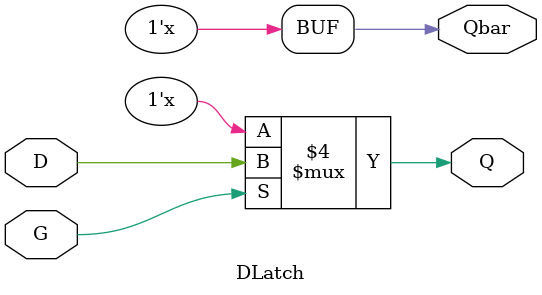
<source format=v>
module SRLatch(s, r, q, qbar);
    input s, r;
    output q, qbar;

    // q = s + (~r) & q;
    // S R Q Q+
    // 0 0 0 0
    // 0 0 1 1 hold
    //
    // 0 1 0 0 
    // 0 1 1 0 reset
    //
    // 1 0 0 1 
    // 1 0 1 1 set
    //
    // 1 1 0 X
    // 1 1 1 X not allowed

    nor(q, r, qbar);
    nor(qbar, s, q);

endmodule

module GatedSRLatch(G, S, R, Q, Qbar);
    input G, S, R;
    output Q, Qbar;

    // G S R Q Q+
    // 0 - - Q Q  locked
    // 1 0 0 Q Q  hold
    // 1 0 1 Q 0  reset
    // 1 1 0 Q 1  set
    // 1 1 1 Q X  not allowed

    wire S1, R1;
    and(S1, S, G);
    and(R1, R, G);
    nor(Qbar, S1, Q);
    nor(Q, S1, Qbar);

endmodule


module DLatch(G, D, Q, Qbar);
    input G, D;
    output reg Q, Qbar;

    always @ (D or G) begin
        if (G) begin
            Q <= D;
            Qbar <= ~D;
        end
        else
            Q <= Q;
            Qbar <= Qbar;
    end
endmodule
</source>
